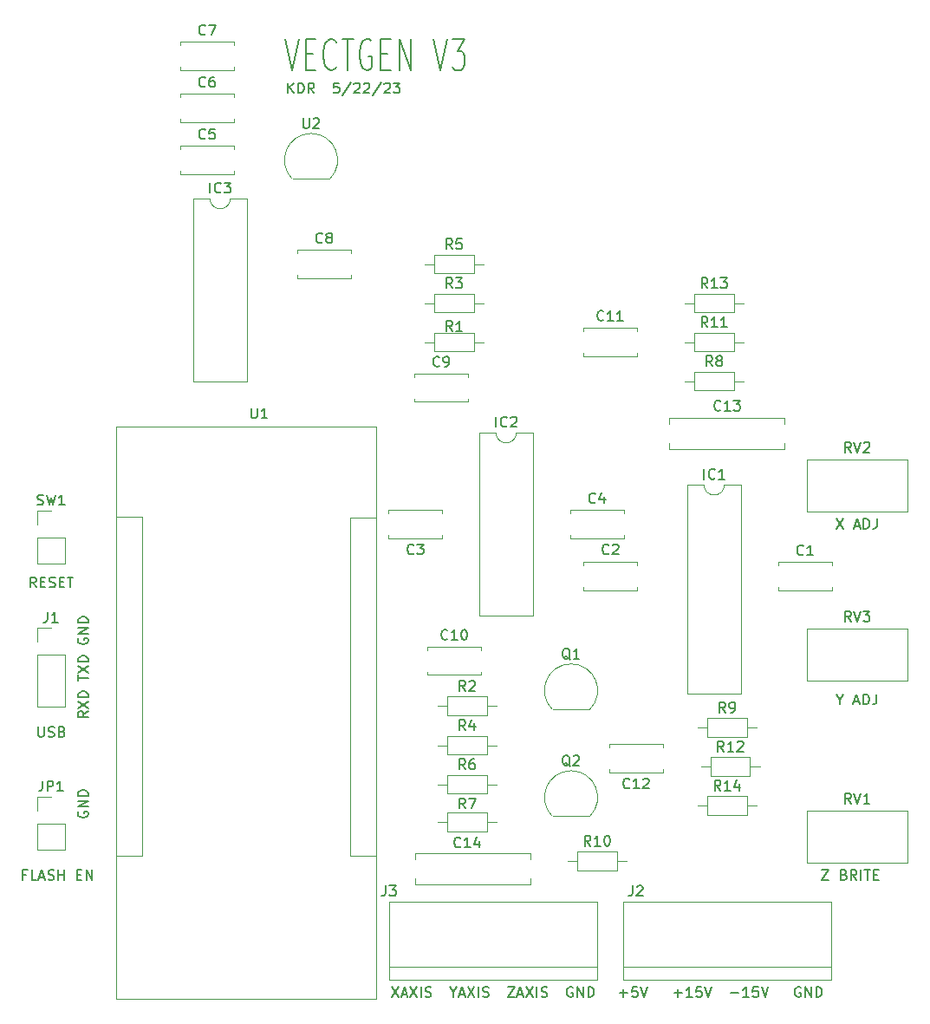
<source format=gbr>
%TF.GenerationSoftware,KiCad,Pcbnew,(6.0.10-0)*%
%TF.CreationDate,2023-05-26T16:06:54-07:00*%
%TF.ProjectId,vectgen_V2,76656374-6765-46e5-9f56-322e6b696361,rev?*%
%TF.SameCoordinates,Original*%
%TF.FileFunction,Legend,Top*%
%TF.FilePolarity,Positive*%
%FSLAX46Y46*%
G04 Gerber Fmt 4.6, Leading zero omitted, Abs format (unit mm)*
G04 Created by KiCad (PCBNEW (6.0.10-0)) date 2023-05-26 16:06:54*
%MOMM*%
%LPD*%
G01*
G04 APERTURE LIST*
%ADD10C,0.150000*%
%ADD11C,0.120000*%
G04 APERTURE END LIST*
D10*
X152916190Y-87082380D02*
X153582857Y-88082380D01*
X153582857Y-87082380D02*
X152916190Y-88082380D01*
X154678095Y-87796666D02*
X155154285Y-87796666D01*
X154582857Y-88082380D02*
X154916190Y-87082380D01*
X155249523Y-88082380D01*
X155582857Y-88082380D02*
X155582857Y-87082380D01*
X155820952Y-87082380D01*
X155963809Y-87130000D01*
X156059047Y-87225238D01*
X156106666Y-87320476D01*
X156154285Y-87510952D01*
X156154285Y-87653809D01*
X156106666Y-87844285D01*
X156059047Y-87939523D01*
X155963809Y-88034761D01*
X155820952Y-88082380D01*
X155582857Y-88082380D01*
X156868571Y-87082380D02*
X156868571Y-87796666D01*
X156820952Y-87939523D01*
X156725714Y-88034761D01*
X156582857Y-88082380D01*
X156487619Y-88082380D01*
X79827380Y-105909523D02*
X79351190Y-106242857D01*
X79827380Y-106480952D02*
X78827380Y-106480952D01*
X78827380Y-106100000D01*
X78875000Y-106004761D01*
X78922619Y-105957142D01*
X79017857Y-105909523D01*
X79160714Y-105909523D01*
X79255952Y-105957142D01*
X79303571Y-106004761D01*
X79351190Y-106100000D01*
X79351190Y-106480952D01*
X78827380Y-105576190D02*
X79827380Y-104909523D01*
X78827380Y-104909523D02*
X79827380Y-105576190D01*
X79827380Y-104528571D02*
X78827380Y-104528571D01*
X78827380Y-104290476D01*
X78875000Y-104147619D01*
X78970238Y-104052380D01*
X79065476Y-104004761D01*
X79255952Y-103957142D01*
X79398809Y-103957142D01*
X79589285Y-104004761D01*
X79684523Y-104052380D01*
X79779761Y-104147619D01*
X79827380Y-104290476D01*
X79827380Y-104528571D01*
X78827380Y-102909523D02*
X78827380Y-102338095D01*
X79827380Y-102623809D02*
X78827380Y-102623809D01*
X78827380Y-102100000D02*
X79827380Y-101433333D01*
X78827380Y-101433333D02*
X79827380Y-102100000D01*
X79827380Y-101052380D02*
X78827380Y-101052380D01*
X78827380Y-100814285D01*
X78875000Y-100671428D01*
X78970238Y-100576190D01*
X79065476Y-100528571D01*
X79255952Y-100480952D01*
X79398809Y-100480952D01*
X79589285Y-100528571D01*
X79684523Y-100576190D01*
X79779761Y-100671428D01*
X79827380Y-100814285D01*
X79827380Y-101052380D01*
X78875000Y-98766666D02*
X78827380Y-98861904D01*
X78827380Y-99004761D01*
X78875000Y-99147619D01*
X78970238Y-99242857D01*
X79065476Y-99290476D01*
X79255952Y-99338095D01*
X79398809Y-99338095D01*
X79589285Y-99290476D01*
X79684523Y-99242857D01*
X79779761Y-99147619D01*
X79827380Y-99004761D01*
X79827380Y-98909523D01*
X79779761Y-98766666D01*
X79732142Y-98719047D01*
X79398809Y-98719047D01*
X79398809Y-98909523D01*
X79827380Y-98290476D02*
X78827380Y-98290476D01*
X79827380Y-97719047D01*
X78827380Y-97719047D01*
X79827380Y-97242857D02*
X78827380Y-97242857D01*
X78827380Y-97004761D01*
X78875000Y-96861904D01*
X78970238Y-96766666D01*
X79065476Y-96719047D01*
X79255952Y-96671428D01*
X79398809Y-96671428D01*
X79589285Y-96719047D01*
X79684523Y-96766666D01*
X79779761Y-96861904D01*
X79827380Y-97004761D01*
X79827380Y-97242857D01*
X131747857Y-133421428D02*
X132509761Y-133421428D01*
X132128809Y-133802380D02*
X132128809Y-133040476D01*
X133462142Y-132802380D02*
X132985952Y-132802380D01*
X132938333Y-133278571D01*
X132985952Y-133230952D01*
X133081190Y-133183333D01*
X133319285Y-133183333D01*
X133414523Y-133230952D01*
X133462142Y-133278571D01*
X133509761Y-133373809D01*
X133509761Y-133611904D01*
X133462142Y-133707142D01*
X133414523Y-133754761D01*
X133319285Y-133802380D01*
X133081190Y-133802380D01*
X132985952Y-133754761D01*
X132938333Y-133707142D01*
X133795476Y-132802380D02*
X134128809Y-133802380D01*
X134462142Y-132802380D01*
X137081190Y-133421428D02*
X137843095Y-133421428D01*
X137462142Y-133802380D02*
X137462142Y-133040476D01*
X138843095Y-133802380D02*
X138271666Y-133802380D01*
X138557380Y-133802380D02*
X138557380Y-132802380D01*
X138462142Y-132945238D01*
X138366904Y-133040476D01*
X138271666Y-133088095D01*
X139747857Y-132802380D02*
X139271666Y-132802380D01*
X139224047Y-133278571D01*
X139271666Y-133230952D01*
X139366904Y-133183333D01*
X139605000Y-133183333D01*
X139700238Y-133230952D01*
X139747857Y-133278571D01*
X139795476Y-133373809D01*
X139795476Y-133611904D01*
X139747857Y-133707142D01*
X139700238Y-133754761D01*
X139605000Y-133802380D01*
X139366904Y-133802380D01*
X139271666Y-133754761D01*
X139224047Y-133707142D01*
X140081190Y-132802380D02*
X140414523Y-133802380D01*
X140747857Y-132802380D01*
X142605000Y-133421428D02*
X143366904Y-133421428D01*
X144366904Y-133802380D02*
X143795476Y-133802380D01*
X144081190Y-133802380D02*
X144081190Y-132802380D01*
X143985952Y-132945238D01*
X143890714Y-133040476D01*
X143795476Y-133088095D01*
X145271666Y-132802380D02*
X144795476Y-132802380D01*
X144747857Y-133278571D01*
X144795476Y-133230952D01*
X144890714Y-133183333D01*
X145128809Y-133183333D01*
X145224047Y-133230952D01*
X145271666Y-133278571D01*
X145319285Y-133373809D01*
X145319285Y-133611904D01*
X145271666Y-133707142D01*
X145224047Y-133754761D01*
X145128809Y-133802380D01*
X144890714Y-133802380D01*
X144795476Y-133754761D01*
X144747857Y-133707142D01*
X145605000Y-132802380D02*
X145938333Y-133802380D01*
X146271666Y-132802380D01*
X149414523Y-132850000D02*
X149319285Y-132802380D01*
X149176428Y-132802380D01*
X149033571Y-132850000D01*
X148938333Y-132945238D01*
X148890714Y-133040476D01*
X148843095Y-133230952D01*
X148843095Y-133373809D01*
X148890714Y-133564285D01*
X148938333Y-133659523D01*
X149033571Y-133754761D01*
X149176428Y-133802380D01*
X149271666Y-133802380D01*
X149414523Y-133754761D01*
X149462142Y-133707142D01*
X149462142Y-133373809D01*
X149271666Y-133373809D01*
X149890714Y-133802380D02*
X149890714Y-132802380D01*
X150462142Y-133802380D01*
X150462142Y-132802380D01*
X150938333Y-133802380D02*
X150938333Y-132802380D01*
X151176428Y-132802380D01*
X151319285Y-132850000D01*
X151414523Y-132945238D01*
X151462142Y-133040476D01*
X151509761Y-133230952D01*
X151509761Y-133373809D01*
X151462142Y-133564285D01*
X151414523Y-133659523D01*
X151319285Y-133754761D01*
X151176428Y-133802380D01*
X150938333Y-133802380D01*
X74747619Y-93797380D02*
X74414285Y-93321190D01*
X74176190Y-93797380D02*
X74176190Y-92797380D01*
X74557142Y-92797380D01*
X74652380Y-92845000D01*
X74700000Y-92892619D01*
X74747619Y-92987857D01*
X74747619Y-93130714D01*
X74700000Y-93225952D01*
X74652380Y-93273571D01*
X74557142Y-93321190D01*
X74176190Y-93321190D01*
X75176190Y-93273571D02*
X75509523Y-93273571D01*
X75652380Y-93797380D02*
X75176190Y-93797380D01*
X75176190Y-92797380D01*
X75652380Y-92797380D01*
X76033333Y-93749761D02*
X76176190Y-93797380D01*
X76414285Y-93797380D01*
X76509523Y-93749761D01*
X76557142Y-93702142D01*
X76604761Y-93606904D01*
X76604761Y-93511666D01*
X76557142Y-93416428D01*
X76509523Y-93368809D01*
X76414285Y-93321190D01*
X76223809Y-93273571D01*
X76128571Y-93225952D01*
X76080952Y-93178333D01*
X76033333Y-93083095D01*
X76033333Y-92987857D01*
X76080952Y-92892619D01*
X76128571Y-92845000D01*
X76223809Y-92797380D01*
X76461904Y-92797380D01*
X76604761Y-92845000D01*
X77033333Y-93273571D02*
X77366666Y-93273571D01*
X77509523Y-93797380D02*
X77033333Y-93797380D01*
X77033333Y-92797380D01*
X77509523Y-92797380D01*
X77795238Y-92797380D02*
X78366666Y-92797380D01*
X78080952Y-93797380D02*
X78080952Y-92797380D01*
X73787380Y-121848571D02*
X73454047Y-121848571D01*
X73454047Y-122372380D02*
X73454047Y-121372380D01*
X73930238Y-121372380D01*
X74787380Y-122372380D02*
X74311190Y-122372380D01*
X74311190Y-121372380D01*
X75073095Y-122086666D02*
X75549285Y-122086666D01*
X74977857Y-122372380D02*
X75311190Y-121372380D01*
X75644523Y-122372380D01*
X75930238Y-122324761D02*
X76073095Y-122372380D01*
X76311190Y-122372380D01*
X76406428Y-122324761D01*
X76454047Y-122277142D01*
X76501666Y-122181904D01*
X76501666Y-122086666D01*
X76454047Y-121991428D01*
X76406428Y-121943809D01*
X76311190Y-121896190D01*
X76120714Y-121848571D01*
X76025476Y-121800952D01*
X75977857Y-121753333D01*
X75930238Y-121658095D01*
X75930238Y-121562857D01*
X75977857Y-121467619D01*
X76025476Y-121420000D01*
X76120714Y-121372380D01*
X76358809Y-121372380D01*
X76501666Y-121420000D01*
X76930238Y-122372380D02*
X76930238Y-121372380D01*
X76930238Y-121848571D02*
X77501666Y-121848571D01*
X77501666Y-122372380D02*
X77501666Y-121372380D01*
X78739761Y-121848571D02*
X79073095Y-121848571D01*
X79215952Y-122372380D02*
X78739761Y-122372380D01*
X78739761Y-121372380D01*
X79215952Y-121372380D01*
X79644523Y-122372380D02*
X79644523Y-121372380D01*
X80215952Y-122372380D01*
X80215952Y-121372380D01*
X151519285Y-121372380D02*
X152185952Y-121372380D01*
X151519285Y-122372380D01*
X152185952Y-122372380D01*
X153662142Y-121848571D02*
X153805000Y-121896190D01*
X153852619Y-121943809D01*
X153900238Y-122039047D01*
X153900238Y-122181904D01*
X153852619Y-122277142D01*
X153805000Y-122324761D01*
X153709761Y-122372380D01*
X153328809Y-122372380D01*
X153328809Y-121372380D01*
X153662142Y-121372380D01*
X153757380Y-121420000D01*
X153805000Y-121467619D01*
X153852619Y-121562857D01*
X153852619Y-121658095D01*
X153805000Y-121753333D01*
X153757380Y-121800952D01*
X153662142Y-121848571D01*
X153328809Y-121848571D01*
X154900238Y-122372380D02*
X154566904Y-121896190D01*
X154328809Y-122372380D02*
X154328809Y-121372380D01*
X154709761Y-121372380D01*
X154805000Y-121420000D01*
X154852619Y-121467619D01*
X154900238Y-121562857D01*
X154900238Y-121705714D01*
X154852619Y-121800952D01*
X154805000Y-121848571D01*
X154709761Y-121896190D01*
X154328809Y-121896190D01*
X155328809Y-122372380D02*
X155328809Y-121372380D01*
X155662142Y-121372380D02*
X156233571Y-121372380D01*
X155947857Y-122372380D02*
X155947857Y-121372380D01*
X156566904Y-121848571D02*
X156900238Y-121848571D01*
X157043095Y-122372380D02*
X156566904Y-122372380D01*
X156566904Y-121372380D01*
X157043095Y-121372380D01*
X99092857Y-40267142D02*
X99759523Y-43267142D01*
X100426190Y-40267142D01*
X101092857Y-41695714D02*
X101759523Y-41695714D01*
X102045238Y-43267142D02*
X101092857Y-43267142D01*
X101092857Y-40267142D01*
X102045238Y-40267142D01*
X104045238Y-42981428D02*
X103950000Y-43124285D01*
X103664285Y-43267142D01*
X103473809Y-43267142D01*
X103188095Y-43124285D01*
X102997619Y-42838571D01*
X102902380Y-42552857D01*
X102807142Y-41981428D01*
X102807142Y-41552857D01*
X102902380Y-40981428D01*
X102997619Y-40695714D01*
X103188095Y-40410000D01*
X103473809Y-40267142D01*
X103664285Y-40267142D01*
X103950000Y-40410000D01*
X104045238Y-40552857D01*
X104616666Y-40267142D02*
X105759523Y-40267142D01*
X105188095Y-43267142D02*
X105188095Y-40267142D01*
X107473809Y-40410000D02*
X107283333Y-40267142D01*
X106997619Y-40267142D01*
X106711904Y-40410000D01*
X106521428Y-40695714D01*
X106426190Y-40981428D01*
X106330952Y-41552857D01*
X106330952Y-41981428D01*
X106426190Y-42552857D01*
X106521428Y-42838571D01*
X106711904Y-43124285D01*
X106997619Y-43267142D01*
X107188095Y-43267142D01*
X107473809Y-43124285D01*
X107569047Y-42981428D01*
X107569047Y-41981428D01*
X107188095Y-41981428D01*
X108426190Y-41695714D02*
X109092857Y-41695714D01*
X109378571Y-43267142D02*
X108426190Y-43267142D01*
X108426190Y-40267142D01*
X109378571Y-40267142D01*
X110235714Y-43267142D02*
X110235714Y-40267142D01*
X111378571Y-43267142D01*
X111378571Y-40267142D01*
X113569047Y-40267142D02*
X114235714Y-43267142D01*
X114902380Y-40267142D01*
X115378571Y-40267142D02*
X116616666Y-40267142D01*
X115950000Y-41410000D01*
X116235714Y-41410000D01*
X116426190Y-41552857D01*
X116521428Y-41695714D01*
X116616666Y-41981428D01*
X116616666Y-42695714D01*
X116521428Y-42981428D01*
X116426190Y-43124285D01*
X116235714Y-43267142D01*
X115664285Y-43267142D01*
X115473809Y-43124285D01*
X115378571Y-42981428D01*
X74938095Y-107402380D02*
X74938095Y-108211904D01*
X74985714Y-108307142D01*
X75033333Y-108354761D01*
X75128571Y-108402380D01*
X75319047Y-108402380D01*
X75414285Y-108354761D01*
X75461904Y-108307142D01*
X75509523Y-108211904D01*
X75509523Y-107402380D01*
X75938095Y-108354761D02*
X76080952Y-108402380D01*
X76319047Y-108402380D01*
X76414285Y-108354761D01*
X76461904Y-108307142D01*
X76509523Y-108211904D01*
X76509523Y-108116666D01*
X76461904Y-108021428D01*
X76414285Y-107973809D01*
X76319047Y-107926190D01*
X76128571Y-107878571D01*
X76033333Y-107830952D01*
X75985714Y-107783333D01*
X75938095Y-107688095D01*
X75938095Y-107592857D01*
X75985714Y-107497619D01*
X76033333Y-107450000D01*
X76128571Y-107402380D01*
X76366666Y-107402380D01*
X76509523Y-107450000D01*
X77271428Y-107878571D02*
X77414285Y-107926190D01*
X77461904Y-107973809D01*
X77509523Y-108069047D01*
X77509523Y-108211904D01*
X77461904Y-108307142D01*
X77414285Y-108354761D01*
X77319047Y-108402380D01*
X76938095Y-108402380D01*
X76938095Y-107402380D01*
X77271428Y-107402380D01*
X77366666Y-107450000D01*
X77414285Y-107497619D01*
X77461904Y-107592857D01*
X77461904Y-107688095D01*
X77414285Y-107783333D01*
X77366666Y-107830952D01*
X77271428Y-107878571D01*
X76938095Y-107878571D01*
X99322619Y-45537380D02*
X99322619Y-44537380D01*
X99894047Y-45537380D02*
X99465476Y-44965952D01*
X99894047Y-44537380D02*
X99322619Y-45108809D01*
X100322619Y-45537380D02*
X100322619Y-44537380D01*
X100560714Y-44537380D01*
X100703571Y-44585000D01*
X100798809Y-44680238D01*
X100846428Y-44775476D01*
X100894047Y-44965952D01*
X100894047Y-45108809D01*
X100846428Y-45299285D01*
X100798809Y-45394523D01*
X100703571Y-45489761D01*
X100560714Y-45537380D01*
X100322619Y-45537380D01*
X101894047Y-45537380D02*
X101560714Y-45061190D01*
X101322619Y-45537380D02*
X101322619Y-44537380D01*
X101703571Y-44537380D01*
X101798809Y-44585000D01*
X101846428Y-44632619D01*
X101894047Y-44727857D01*
X101894047Y-44870714D01*
X101846428Y-44965952D01*
X101798809Y-45013571D01*
X101703571Y-45061190D01*
X101322619Y-45061190D01*
X104322619Y-44537380D02*
X103846428Y-44537380D01*
X103798809Y-45013571D01*
X103846428Y-44965952D01*
X103941666Y-44918333D01*
X104179761Y-44918333D01*
X104275000Y-44965952D01*
X104322619Y-45013571D01*
X104370238Y-45108809D01*
X104370238Y-45346904D01*
X104322619Y-45442142D01*
X104275000Y-45489761D01*
X104179761Y-45537380D01*
X103941666Y-45537380D01*
X103846428Y-45489761D01*
X103798809Y-45442142D01*
X105513095Y-44489761D02*
X104655952Y-45775476D01*
X105798809Y-44632619D02*
X105846428Y-44585000D01*
X105941666Y-44537380D01*
X106179761Y-44537380D01*
X106275000Y-44585000D01*
X106322619Y-44632619D01*
X106370238Y-44727857D01*
X106370238Y-44823095D01*
X106322619Y-44965952D01*
X105751190Y-45537380D01*
X106370238Y-45537380D01*
X106751190Y-44632619D02*
X106798809Y-44585000D01*
X106894047Y-44537380D01*
X107132142Y-44537380D01*
X107227380Y-44585000D01*
X107275000Y-44632619D01*
X107322619Y-44727857D01*
X107322619Y-44823095D01*
X107275000Y-44965952D01*
X106703571Y-45537380D01*
X107322619Y-45537380D01*
X108465476Y-44489761D02*
X107608333Y-45775476D01*
X108751190Y-44632619D02*
X108798809Y-44585000D01*
X108894047Y-44537380D01*
X109132142Y-44537380D01*
X109227380Y-44585000D01*
X109275000Y-44632619D01*
X109322619Y-44727857D01*
X109322619Y-44823095D01*
X109275000Y-44965952D01*
X108703571Y-45537380D01*
X109322619Y-45537380D01*
X109655952Y-44537380D02*
X110275000Y-44537380D01*
X109941666Y-44918333D01*
X110084523Y-44918333D01*
X110179761Y-44965952D01*
X110227380Y-45013571D01*
X110275000Y-45108809D01*
X110275000Y-45346904D01*
X110227380Y-45442142D01*
X110179761Y-45489761D01*
X110084523Y-45537380D01*
X109798809Y-45537380D01*
X109703571Y-45489761D01*
X109655952Y-45442142D01*
X109475238Y-132802380D02*
X110141904Y-133802380D01*
X110141904Y-132802380D02*
X109475238Y-133802380D01*
X110475238Y-133516666D02*
X110951428Y-133516666D01*
X110380000Y-133802380D02*
X110713333Y-132802380D01*
X111046666Y-133802380D01*
X111284761Y-132802380D02*
X111951428Y-133802380D01*
X111951428Y-132802380D02*
X111284761Y-133802380D01*
X112332380Y-133802380D02*
X112332380Y-132802380D01*
X112760952Y-133754761D02*
X112903809Y-133802380D01*
X113141904Y-133802380D01*
X113237142Y-133754761D01*
X113284761Y-133707142D01*
X113332380Y-133611904D01*
X113332380Y-133516666D01*
X113284761Y-133421428D01*
X113237142Y-133373809D01*
X113141904Y-133326190D01*
X112951428Y-133278571D01*
X112856190Y-133230952D01*
X112808571Y-133183333D01*
X112760952Y-133088095D01*
X112760952Y-132992857D01*
X112808571Y-132897619D01*
X112856190Y-132850000D01*
X112951428Y-132802380D01*
X113189523Y-132802380D01*
X113332380Y-132850000D01*
X115475238Y-133326190D02*
X115475238Y-133802380D01*
X115141904Y-132802380D02*
X115475238Y-133326190D01*
X115808571Y-132802380D01*
X116094285Y-133516666D02*
X116570476Y-133516666D01*
X115999047Y-133802380D02*
X116332380Y-132802380D01*
X116665714Y-133802380D01*
X116903809Y-132802380D02*
X117570476Y-133802380D01*
X117570476Y-132802380D02*
X116903809Y-133802380D01*
X117951428Y-133802380D02*
X117951428Y-132802380D01*
X118380000Y-133754761D02*
X118522857Y-133802380D01*
X118760952Y-133802380D01*
X118856190Y-133754761D01*
X118903809Y-133707142D01*
X118951428Y-133611904D01*
X118951428Y-133516666D01*
X118903809Y-133421428D01*
X118856190Y-133373809D01*
X118760952Y-133326190D01*
X118570476Y-133278571D01*
X118475238Y-133230952D01*
X118427619Y-133183333D01*
X118380000Y-133088095D01*
X118380000Y-132992857D01*
X118427619Y-132897619D01*
X118475238Y-132850000D01*
X118570476Y-132802380D01*
X118808571Y-132802380D01*
X118951428Y-132850000D01*
X120808571Y-132802380D02*
X121475238Y-132802380D01*
X120808571Y-133802380D01*
X121475238Y-133802380D01*
X121808571Y-133516666D02*
X122284761Y-133516666D01*
X121713333Y-133802380D02*
X122046666Y-132802380D01*
X122380000Y-133802380D01*
X122618095Y-132802380D02*
X123284761Y-133802380D01*
X123284761Y-132802380D02*
X122618095Y-133802380D01*
X123665714Y-133802380D02*
X123665714Y-132802380D01*
X124094285Y-133754761D02*
X124237142Y-133802380D01*
X124475238Y-133802380D01*
X124570476Y-133754761D01*
X124618095Y-133707142D01*
X124665714Y-133611904D01*
X124665714Y-133516666D01*
X124618095Y-133421428D01*
X124570476Y-133373809D01*
X124475238Y-133326190D01*
X124284761Y-133278571D01*
X124189523Y-133230952D01*
X124141904Y-133183333D01*
X124094285Y-133088095D01*
X124094285Y-132992857D01*
X124141904Y-132897619D01*
X124189523Y-132850000D01*
X124284761Y-132802380D01*
X124522857Y-132802380D01*
X124665714Y-132850000D01*
X127141904Y-132850000D02*
X127046666Y-132802380D01*
X126903809Y-132802380D01*
X126760952Y-132850000D01*
X126665714Y-132945238D01*
X126618095Y-133040476D01*
X126570476Y-133230952D01*
X126570476Y-133373809D01*
X126618095Y-133564285D01*
X126665714Y-133659523D01*
X126760952Y-133754761D01*
X126903809Y-133802380D01*
X126999047Y-133802380D01*
X127141904Y-133754761D01*
X127189523Y-133707142D01*
X127189523Y-133373809D01*
X126999047Y-133373809D01*
X127618095Y-133802380D02*
X127618095Y-132802380D01*
X128189523Y-133802380D01*
X128189523Y-132802380D01*
X128665714Y-133802380D02*
X128665714Y-132802380D01*
X128903809Y-132802380D01*
X129046666Y-132850000D01*
X129141904Y-132945238D01*
X129189523Y-133040476D01*
X129237142Y-133230952D01*
X129237142Y-133373809D01*
X129189523Y-133564285D01*
X129141904Y-133659523D01*
X129046666Y-133754761D01*
X128903809Y-133802380D01*
X128665714Y-133802380D01*
X153249523Y-104751190D02*
X153249523Y-105227380D01*
X152916190Y-104227380D02*
X153249523Y-104751190D01*
X153582857Y-104227380D01*
X154630476Y-104941666D02*
X155106666Y-104941666D01*
X154535238Y-105227380D02*
X154868571Y-104227380D01*
X155201904Y-105227380D01*
X155535238Y-105227380D02*
X155535238Y-104227380D01*
X155773333Y-104227380D01*
X155916190Y-104275000D01*
X156011428Y-104370238D01*
X156059047Y-104465476D01*
X156106666Y-104655952D01*
X156106666Y-104798809D01*
X156059047Y-104989285D01*
X156011428Y-105084523D01*
X155916190Y-105179761D01*
X155773333Y-105227380D01*
X155535238Y-105227380D01*
X156820952Y-104227380D02*
X156820952Y-104941666D01*
X156773333Y-105084523D01*
X156678095Y-105179761D01*
X156535238Y-105227380D01*
X156440000Y-105227380D01*
X78875000Y-115696904D02*
X78827380Y-115792142D01*
X78827380Y-115935000D01*
X78875000Y-116077857D01*
X78970238Y-116173095D01*
X79065476Y-116220714D01*
X79255952Y-116268333D01*
X79398809Y-116268333D01*
X79589285Y-116220714D01*
X79684523Y-116173095D01*
X79779761Y-116077857D01*
X79827380Y-115935000D01*
X79827380Y-115839761D01*
X79779761Y-115696904D01*
X79732142Y-115649285D01*
X79398809Y-115649285D01*
X79398809Y-115839761D01*
X79827380Y-115220714D02*
X78827380Y-115220714D01*
X79827380Y-114649285D01*
X78827380Y-114649285D01*
X79827380Y-114173095D02*
X78827380Y-114173095D01*
X78827380Y-113935000D01*
X78875000Y-113792142D01*
X78970238Y-113696904D01*
X79065476Y-113649285D01*
X79255952Y-113601666D01*
X79398809Y-113601666D01*
X79589285Y-113649285D01*
X79684523Y-113696904D01*
X79779761Y-113792142D01*
X79827380Y-113935000D01*
X79827380Y-114173095D01*
%TO.C,J3*%
X108886666Y-122922380D02*
X108886666Y-123636666D01*
X108839047Y-123779523D01*
X108743809Y-123874761D01*
X108600952Y-123922380D01*
X108505714Y-123922380D01*
X109267619Y-122922380D02*
X109886666Y-122922380D01*
X109553333Y-123303333D01*
X109696190Y-123303333D01*
X109791428Y-123350952D01*
X109839047Y-123398571D01*
X109886666Y-123493809D01*
X109886666Y-123731904D01*
X109839047Y-123827142D01*
X109791428Y-123874761D01*
X109696190Y-123922380D01*
X109410476Y-123922380D01*
X109315238Y-123874761D01*
X109267619Y-123827142D01*
%TO.C,Q1*%
X126904761Y-100852619D02*
X126809523Y-100805000D01*
X126714285Y-100709761D01*
X126571428Y-100566904D01*
X126476190Y-100519285D01*
X126380952Y-100519285D01*
X126428571Y-100757380D02*
X126333333Y-100709761D01*
X126238095Y-100614523D01*
X126190476Y-100424047D01*
X126190476Y-100090714D01*
X126238095Y-99900238D01*
X126333333Y-99805000D01*
X126428571Y-99757380D01*
X126619047Y-99757380D01*
X126714285Y-99805000D01*
X126809523Y-99900238D01*
X126857142Y-100090714D01*
X126857142Y-100424047D01*
X126809523Y-100614523D01*
X126714285Y-100709761D01*
X126619047Y-100757380D01*
X126428571Y-100757380D01*
X127809523Y-100757380D02*
X127238095Y-100757380D01*
X127523809Y-100757380D02*
X127523809Y-99757380D01*
X127428571Y-99900238D01*
X127333333Y-99995476D01*
X127238095Y-100043095D01*
%TO.C,Q2*%
X126904761Y-111287619D02*
X126809523Y-111240000D01*
X126714285Y-111144761D01*
X126571428Y-111001904D01*
X126476190Y-110954285D01*
X126380952Y-110954285D01*
X126428571Y-111192380D02*
X126333333Y-111144761D01*
X126238095Y-111049523D01*
X126190476Y-110859047D01*
X126190476Y-110525714D01*
X126238095Y-110335238D01*
X126333333Y-110240000D01*
X126428571Y-110192380D01*
X126619047Y-110192380D01*
X126714285Y-110240000D01*
X126809523Y-110335238D01*
X126857142Y-110525714D01*
X126857142Y-110859047D01*
X126809523Y-111049523D01*
X126714285Y-111144761D01*
X126619047Y-111192380D01*
X126428571Y-111192380D01*
X127238095Y-110287619D02*
X127285714Y-110240000D01*
X127380952Y-110192380D01*
X127619047Y-110192380D01*
X127714285Y-110240000D01*
X127761904Y-110287619D01*
X127809523Y-110382857D01*
X127809523Y-110478095D01*
X127761904Y-110620952D01*
X127190476Y-111192380D01*
X127809523Y-111192380D01*
%TO.C,R8*%
X140803333Y-72192380D02*
X140470000Y-71716190D01*
X140231904Y-72192380D02*
X140231904Y-71192380D01*
X140612857Y-71192380D01*
X140708095Y-71240000D01*
X140755714Y-71287619D01*
X140803333Y-71382857D01*
X140803333Y-71525714D01*
X140755714Y-71620952D01*
X140708095Y-71668571D01*
X140612857Y-71716190D01*
X140231904Y-71716190D01*
X141374761Y-71620952D02*
X141279523Y-71573333D01*
X141231904Y-71525714D01*
X141184285Y-71430476D01*
X141184285Y-71382857D01*
X141231904Y-71287619D01*
X141279523Y-71240000D01*
X141374761Y-71192380D01*
X141565238Y-71192380D01*
X141660476Y-71240000D01*
X141708095Y-71287619D01*
X141755714Y-71382857D01*
X141755714Y-71430476D01*
X141708095Y-71525714D01*
X141660476Y-71573333D01*
X141565238Y-71620952D01*
X141374761Y-71620952D01*
X141279523Y-71668571D01*
X141231904Y-71716190D01*
X141184285Y-71811428D01*
X141184285Y-72001904D01*
X141231904Y-72097142D01*
X141279523Y-72144761D01*
X141374761Y-72192380D01*
X141565238Y-72192380D01*
X141660476Y-72144761D01*
X141708095Y-72097142D01*
X141755714Y-72001904D01*
X141755714Y-71811428D01*
X141708095Y-71716190D01*
X141660476Y-71668571D01*
X141565238Y-71620952D01*
%TO.C,R9*%
X142073333Y-106012380D02*
X141740000Y-105536190D01*
X141501904Y-106012380D02*
X141501904Y-105012380D01*
X141882857Y-105012380D01*
X141978095Y-105060000D01*
X142025714Y-105107619D01*
X142073333Y-105202857D01*
X142073333Y-105345714D01*
X142025714Y-105440952D01*
X141978095Y-105488571D01*
X141882857Y-105536190D01*
X141501904Y-105536190D01*
X142549523Y-106012380D02*
X142740000Y-106012380D01*
X142835238Y-105964761D01*
X142882857Y-105917142D01*
X142978095Y-105774285D01*
X143025714Y-105583809D01*
X143025714Y-105202857D01*
X142978095Y-105107619D01*
X142930476Y-105060000D01*
X142835238Y-105012380D01*
X142644761Y-105012380D01*
X142549523Y-105060000D01*
X142501904Y-105107619D01*
X142454285Y-105202857D01*
X142454285Y-105440952D01*
X142501904Y-105536190D01*
X142549523Y-105583809D01*
X142644761Y-105631428D01*
X142835238Y-105631428D01*
X142930476Y-105583809D01*
X142978095Y-105536190D01*
X143025714Y-105440952D01*
%TO.C,C1*%
X149693333Y-90567142D02*
X149645714Y-90614761D01*
X149502857Y-90662380D01*
X149407619Y-90662380D01*
X149264761Y-90614761D01*
X149169523Y-90519523D01*
X149121904Y-90424285D01*
X149074285Y-90233809D01*
X149074285Y-90090952D01*
X149121904Y-89900476D01*
X149169523Y-89805238D01*
X149264761Y-89710000D01*
X149407619Y-89662380D01*
X149502857Y-89662380D01*
X149645714Y-89710000D01*
X149693333Y-89757619D01*
X150645714Y-90662380D02*
X150074285Y-90662380D01*
X150360000Y-90662380D02*
X150360000Y-89662380D01*
X150264761Y-89805238D01*
X150169523Y-89900476D01*
X150074285Y-89948095D01*
%TO.C,C10*%
X114927142Y-98822142D02*
X114879523Y-98869761D01*
X114736666Y-98917380D01*
X114641428Y-98917380D01*
X114498571Y-98869761D01*
X114403333Y-98774523D01*
X114355714Y-98679285D01*
X114308095Y-98488809D01*
X114308095Y-98345952D01*
X114355714Y-98155476D01*
X114403333Y-98060238D01*
X114498571Y-97965000D01*
X114641428Y-97917380D01*
X114736666Y-97917380D01*
X114879523Y-97965000D01*
X114927142Y-98012619D01*
X115879523Y-98917380D02*
X115308095Y-98917380D01*
X115593809Y-98917380D02*
X115593809Y-97917380D01*
X115498571Y-98060238D01*
X115403333Y-98155476D01*
X115308095Y-98203095D01*
X116498571Y-97917380D02*
X116593809Y-97917380D01*
X116689047Y-97965000D01*
X116736666Y-98012619D01*
X116784285Y-98107857D01*
X116831904Y-98298333D01*
X116831904Y-98536428D01*
X116784285Y-98726904D01*
X116736666Y-98822142D01*
X116689047Y-98869761D01*
X116593809Y-98917380D01*
X116498571Y-98917380D01*
X116403333Y-98869761D01*
X116355714Y-98822142D01*
X116308095Y-98726904D01*
X116260476Y-98536428D01*
X116260476Y-98298333D01*
X116308095Y-98107857D01*
X116355714Y-98012619D01*
X116403333Y-97965000D01*
X116498571Y-97917380D01*
%TO.C,R14*%
X141597142Y-113632380D02*
X141263809Y-113156190D01*
X141025714Y-113632380D02*
X141025714Y-112632380D01*
X141406666Y-112632380D01*
X141501904Y-112680000D01*
X141549523Y-112727619D01*
X141597142Y-112822857D01*
X141597142Y-112965714D01*
X141549523Y-113060952D01*
X141501904Y-113108571D01*
X141406666Y-113156190D01*
X141025714Y-113156190D01*
X142549523Y-113632380D02*
X141978095Y-113632380D01*
X142263809Y-113632380D02*
X142263809Y-112632380D01*
X142168571Y-112775238D01*
X142073333Y-112870476D01*
X141978095Y-112918095D01*
X143406666Y-112965714D02*
X143406666Y-113632380D01*
X143168571Y-112584761D02*
X142930476Y-113299047D01*
X143549523Y-113299047D01*
%TO.C,R11*%
X140327142Y-68382380D02*
X139993809Y-67906190D01*
X139755714Y-68382380D02*
X139755714Y-67382380D01*
X140136666Y-67382380D01*
X140231904Y-67430000D01*
X140279523Y-67477619D01*
X140327142Y-67572857D01*
X140327142Y-67715714D01*
X140279523Y-67810952D01*
X140231904Y-67858571D01*
X140136666Y-67906190D01*
X139755714Y-67906190D01*
X141279523Y-68382380D02*
X140708095Y-68382380D01*
X140993809Y-68382380D02*
X140993809Y-67382380D01*
X140898571Y-67525238D01*
X140803333Y-67620476D01*
X140708095Y-67668095D01*
X142231904Y-68382380D02*
X141660476Y-68382380D01*
X141946190Y-68382380D02*
X141946190Y-67382380D01*
X141850952Y-67525238D01*
X141755714Y-67620476D01*
X141660476Y-67668095D01*
%TO.C,C11*%
X130167142Y-67667142D02*
X130119523Y-67714761D01*
X129976666Y-67762380D01*
X129881428Y-67762380D01*
X129738571Y-67714761D01*
X129643333Y-67619523D01*
X129595714Y-67524285D01*
X129548095Y-67333809D01*
X129548095Y-67190952D01*
X129595714Y-67000476D01*
X129643333Y-66905238D01*
X129738571Y-66810000D01*
X129881428Y-66762380D01*
X129976666Y-66762380D01*
X130119523Y-66810000D01*
X130167142Y-66857619D01*
X131119523Y-67762380D02*
X130548095Y-67762380D01*
X130833809Y-67762380D02*
X130833809Y-66762380D01*
X130738571Y-66905238D01*
X130643333Y-67000476D01*
X130548095Y-67048095D01*
X132071904Y-67762380D02*
X131500476Y-67762380D01*
X131786190Y-67762380D02*
X131786190Y-66762380D01*
X131690952Y-66905238D01*
X131595714Y-67000476D01*
X131500476Y-67048095D01*
%TO.C,R13*%
X140327142Y-64572380D02*
X139993809Y-64096190D01*
X139755714Y-64572380D02*
X139755714Y-63572380D01*
X140136666Y-63572380D01*
X140231904Y-63620000D01*
X140279523Y-63667619D01*
X140327142Y-63762857D01*
X140327142Y-63905714D01*
X140279523Y-64000952D01*
X140231904Y-64048571D01*
X140136666Y-64096190D01*
X139755714Y-64096190D01*
X141279523Y-64572380D02*
X140708095Y-64572380D01*
X140993809Y-64572380D02*
X140993809Y-63572380D01*
X140898571Y-63715238D01*
X140803333Y-63810476D01*
X140708095Y-63858095D01*
X141612857Y-63572380D02*
X142231904Y-63572380D01*
X141898571Y-63953333D01*
X142041428Y-63953333D01*
X142136666Y-64000952D01*
X142184285Y-64048571D01*
X142231904Y-64143809D01*
X142231904Y-64381904D01*
X142184285Y-64477142D01*
X142136666Y-64524761D01*
X142041428Y-64572380D01*
X141755714Y-64572380D01*
X141660476Y-64524761D01*
X141612857Y-64477142D01*
%TO.C,C7*%
X91273333Y-39767142D02*
X91225714Y-39814761D01*
X91082857Y-39862380D01*
X90987619Y-39862380D01*
X90844761Y-39814761D01*
X90749523Y-39719523D01*
X90701904Y-39624285D01*
X90654285Y-39433809D01*
X90654285Y-39290952D01*
X90701904Y-39100476D01*
X90749523Y-39005238D01*
X90844761Y-38910000D01*
X90987619Y-38862380D01*
X91082857Y-38862380D01*
X91225714Y-38910000D01*
X91273333Y-38957619D01*
X91606666Y-38862380D02*
X92273333Y-38862380D01*
X91844761Y-39862380D01*
%TO.C,R5*%
X115403333Y-60762380D02*
X115070000Y-60286190D01*
X114831904Y-60762380D02*
X114831904Y-59762380D01*
X115212857Y-59762380D01*
X115308095Y-59810000D01*
X115355714Y-59857619D01*
X115403333Y-59952857D01*
X115403333Y-60095714D01*
X115355714Y-60190952D01*
X115308095Y-60238571D01*
X115212857Y-60286190D01*
X114831904Y-60286190D01*
X116308095Y-59762380D02*
X115831904Y-59762380D01*
X115784285Y-60238571D01*
X115831904Y-60190952D01*
X115927142Y-60143333D01*
X116165238Y-60143333D01*
X116260476Y-60190952D01*
X116308095Y-60238571D01*
X116355714Y-60333809D01*
X116355714Y-60571904D01*
X116308095Y-60667142D01*
X116260476Y-60714761D01*
X116165238Y-60762380D01*
X115927142Y-60762380D01*
X115831904Y-60714761D01*
X115784285Y-60667142D01*
%TO.C,R4*%
X116673333Y-107752380D02*
X116340000Y-107276190D01*
X116101904Y-107752380D02*
X116101904Y-106752380D01*
X116482857Y-106752380D01*
X116578095Y-106800000D01*
X116625714Y-106847619D01*
X116673333Y-106942857D01*
X116673333Y-107085714D01*
X116625714Y-107180952D01*
X116578095Y-107228571D01*
X116482857Y-107276190D01*
X116101904Y-107276190D01*
X117530476Y-107085714D02*
X117530476Y-107752380D01*
X117292380Y-106704761D02*
X117054285Y-107419047D01*
X117673333Y-107419047D01*
%TO.C,JP1*%
X75366666Y-112692380D02*
X75366666Y-113406666D01*
X75319047Y-113549523D01*
X75223809Y-113644761D01*
X75080952Y-113692380D01*
X74985714Y-113692380D01*
X75842857Y-113692380D02*
X75842857Y-112692380D01*
X76223809Y-112692380D01*
X76319047Y-112740000D01*
X76366666Y-112787619D01*
X76414285Y-112882857D01*
X76414285Y-113025714D01*
X76366666Y-113120952D01*
X76319047Y-113168571D01*
X76223809Y-113216190D01*
X75842857Y-113216190D01*
X77366666Y-113692380D02*
X76795238Y-113692380D01*
X77080952Y-113692380D02*
X77080952Y-112692380D01*
X76985714Y-112835238D01*
X76890476Y-112930476D01*
X76795238Y-112978095D01*
%TO.C,R7*%
X116673333Y-115387380D02*
X116340000Y-114911190D01*
X116101904Y-115387380D02*
X116101904Y-114387380D01*
X116482857Y-114387380D01*
X116578095Y-114435000D01*
X116625714Y-114482619D01*
X116673333Y-114577857D01*
X116673333Y-114720714D01*
X116625714Y-114815952D01*
X116578095Y-114863571D01*
X116482857Y-114911190D01*
X116101904Y-114911190D01*
X117006666Y-114387380D02*
X117673333Y-114387380D01*
X117244761Y-115387380D01*
%TO.C,U2*%
X100838095Y-47962380D02*
X100838095Y-48771904D01*
X100885714Y-48867142D01*
X100933333Y-48914761D01*
X101028571Y-48962380D01*
X101219047Y-48962380D01*
X101314285Y-48914761D01*
X101361904Y-48867142D01*
X101409523Y-48771904D01*
X101409523Y-47962380D01*
X101838095Y-48057619D02*
X101885714Y-48010000D01*
X101980952Y-47962380D01*
X102219047Y-47962380D01*
X102314285Y-48010000D01*
X102361904Y-48057619D01*
X102409523Y-48152857D01*
X102409523Y-48248095D01*
X102361904Y-48390952D01*
X101790476Y-48962380D01*
X102409523Y-48962380D01*
%TO.C,C8*%
X102703333Y-60087142D02*
X102655714Y-60134761D01*
X102512857Y-60182380D01*
X102417619Y-60182380D01*
X102274761Y-60134761D01*
X102179523Y-60039523D01*
X102131904Y-59944285D01*
X102084285Y-59753809D01*
X102084285Y-59610952D01*
X102131904Y-59420476D01*
X102179523Y-59325238D01*
X102274761Y-59230000D01*
X102417619Y-59182380D01*
X102512857Y-59182380D01*
X102655714Y-59230000D01*
X102703333Y-59277619D01*
X103274761Y-59610952D02*
X103179523Y-59563333D01*
X103131904Y-59515714D01*
X103084285Y-59420476D01*
X103084285Y-59372857D01*
X103131904Y-59277619D01*
X103179523Y-59230000D01*
X103274761Y-59182380D01*
X103465238Y-59182380D01*
X103560476Y-59230000D01*
X103608095Y-59277619D01*
X103655714Y-59372857D01*
X103655714Y-59420476D01*
X103608095Y-59515714D01*
X103560476Y-59563333D01*
X103465238Y-59610952D01*
X103274761Y-59610952D01*
X103179523Y-59658571D01*
X103131904Y-59706190D01*
X103084285Y-59801428D01*
X103084285Y-59991904D01*
X103131904Y-60087142D01*
X103179523Y-60134761D01*
X103274761Y-60182380D01*
X103465238Y-60182380D01*
X103560476Y-60134761D01*
X103608095Y-60087142D01*
X103655714Y-59991904D01*
X103655714Y-59801428D01*
X103608095Y-59706190D01*
X103560476Y-59658571D01*
X103465238Y-59610952D01*
%TO.C,C13*%
X141597142Y-76447142D02*
X141549523Y-76494761D01*
X141406666Y-76542380D01*
X141311428Y-76542380D01*
X141168571Y-76494761D01*
X141073333Y-76399523D01*
X141025714Y-76304285D01*
X140978095Y-76113809D01*
X140978095Y-75970952D01*
X141025714Y-75780476D01*
X141073333Y-75685238D01*
X141168571Y-75590000D01*
X141311428Y-75542380D01*
X141406666Y-75542380D01*
X141549523Y-75590000D01*
X141597142Y-75637619D01*
X142549523Y-76542380D02*
X141978095Y-76542380D01*
X142263809Y-76542380D02*
X142263809Y-75542380D01*
X142168571Y-75685238D01*
X142073333Y-75780476D01*
X141978095Y-75828095D01*
X142882857Y-75542380D02*
X143501904Y-75542380D01*
X143168571Y-75923333D01*
X143311428Y-75923333D01*
X143406666Y-75970952D01*
X143454285Y-76018571D01*
X143501904Y-76113809D01*
X143501904Y-76351904D01*
X143454285Y-76447142D01*
X143406666Y-76494761D01*
X143311428Y-76542380D01*
X143025714Y-76542380D01*
X142930476Y-76494761D01*
X142882857Y-76447142D01*
%TO.C,C3*%
X111633333Y-90487142D02*
X111585714Y-90534761D01*
X111442857Y-90582380D01*
X111347619Y-90582380D01*
X111204761Y-90534761D01*
X111109523Y-90439523D01*
X111061904Y-90344285D01*
X111014285Y-90153809D01*
X111014285Y-90010952D01*
X111061904Y-89820476D01*
X111109523Y-89725238D01*
X111204761Y-89630000D01*
X111347619Y-89582380D01*
X111442857Y-89582380D01*
X111585714Y-89630000D01*
X111633333Y-89677619D01*
X111966666Y-89582380D02*
X112585714Y-89582380D01*
X112252380Y-89963333D01*
X112395238Y-89963333D01*
X112490476Y-90010952D01*
X112538095Y-90058571D01*
X112585714Y-90153809D01*
X112585714Y-90391904D01*
X112538095Y-90487142D01*
X112490476Y-90534761D01*
X112395238Y-90582380D01*
X112109523Y-90582380D01*
X112014285Y-90534761D01*
X111966666Y-90487142D01*
%TO.C,J2*%
X133016666Y-122922380D02*
X133016666Y-123636666D01*
X132969047Y-123779523D01*
X132873809Y-123874761D01*
X132730952Y-123922380D01*
X132635714Y-123922380D01*
X133445238Y-123017619D02*
X133492857Y-122970000D01*
X133588095Y-122922380D01*
X133826190Y-122922380D01*
X133921428Y-122970000D01*
X133969047Y-123017619D01*
X134016666Y-123112857D01*
X134016666Y-123208095D01*
X133969047Y-123350952D01*
X133397619Y-123922380D01*
X134016666Y-123922380D01*
%TO.C,C5*%
X91273333Y-49927142D02*
X91225714Y-49974761D01*
X91082857Y-50022380D01*
X90987619Y-50022380D01*
X90844761Y-49974761D01*
X90749523Y-49879523D01*
X90701904Y-49784285D01*
X90654285Y-49593809D01*
X90654285Y-49450952D01*
X90701904Y-49260476D01*
X90749523Y-49165238D01*
X90844761Y-49070000D01*
X90987619Y-49022380D01*
X91082857Y-49022380D01*
X91225714Y-49070000D01*
X91273333Y-49117619D01*
X92178095Y-49022380D02*
X91701904Y-49022380D01*
X91654285Y-49498571D01*
X91701904Y-49450952D01*
X91797142Y-49403333D01*
X92035238Y-49403333D01*
X92130476Y-49450952D01*
X92178095Y-49498571D01*
X92225714Y-49593809D01*
X92225714Y-49831904D01*
X92178095Y-49927142D01*
X92130476Y-49974761D01*
X92035238Y-50022380D01*
X91797142Y-50022380D01*
X91701904Y-49974761D01*
X91654285Y-49927142D01*
%TO.C,U1*%
X95758095Y-76292380D02*
X95758095Y-77101904D01*
X95805714Y-77197142D01*
X95853333Y-77244761D01*
X95948571Y-77292380D01*
X96139047Y-77292380D01*
X96234285Y-77244761D01*
X96281904Y-77197142D01*
X96329523Y-77101904D01*
X96329523Y-76292380D01*
X97329523Y-77292380D02*
X96758095Y-77292380D01*
X97043809Y-77292380D02*
X97043809Y-76292380D01*
X96948571Y-76435238D01*
X96853333Y-76530476D01*
X96758095Y-76578095D01*
%TO.C,RV1*%
X154354761Y-114902380D02*
X154021428Y-114426190D01*
X153783333Y-114902380D02*
X153783333Y-113902380D01*
X154164285Y-113902380D01*
X154259523Y-113950000D01*
X154307142Y-113997619D01*
X154354761Y-114092857D01*
X154354761Y-114235714D01*
X154307142Y-114330952D01*
X154259523Y-114378571D01*
X154164285Y-114426190D01*
X153783333Y-114426190D01*
X154640476Y-113902380D02*
X154973809Y-114902380D01*
X155307142Y-113902380D01*
X156164285Y-114902380D02*
X155592857Y-114902380D01*
X155878571Y-114902380D02*
X155878571Y-113902380D01*
X155783333Y-114045238D01*
X155688095Y-114140476D01*
X155592857Y-114188095D01*
%TO.C,C9*%
X114133333Y-72152142D02*
X114085714Y-72199761D01*
X113942857Y-72247380D01*
X113847619Y-72247380D01*
X113704761Y-72199761D01*
X113609523Y-72104523D01*
X113561904Y-72009285D01*
X113514285Y-71818809D01*
X113514285Y-71675952D01*
X113561904Y-71485476D01*
X113609523Y-71390238D01*
X113704761Y-71295000D01*
X113847619Y-71247380D01*
X113942857Y-71247380D01*
X114085714Y-71295000D01*
X114133333Y-71342619D01*
X114609523Y-72247380D02*
X114800000Y-72247380D01*
X114895238Y-72199761D01*
X114942857Y-72152142D01*
X115038095Y-72009285D01*
X115085714Y-71818809D01*
X115085714Y-71437857D01*
X115038095Y-71342619D01*
X114990476Y-71295000D01*
X114895238Y-71247380D01*
X114704761Y-71247380D01*
X114609523Y-71295000D01*
X114561904Y-71342619D01*
X114514285Y-71437857D01*
X114514285Y-71675952D01*
X114561904Y-71771190D01*
X114609523Y-71818809D01*
X114704761Y-71866428D01*
X114895238Y-71866428D01*
X114990476Y-71818809D01*
X115038095Y-71771190D01*
X115085714Y-71675952D01*
%TO.C,RV2*%
X154354761Y-80612380D02*
X154021428Y-80136190D01*
X153783333Y-80612380D02*
X153783333Y-79612380D01*
X154164285Y-79612380D01*
X154259523Y-79660000D01*
X154307142Y-79707619D01*
X154354761Y-79802857D01*
X154354761Y-79945714D01*
X154307142Y-80040952D01*
X154259523Y-80088571D01*
X154164285Y-80136190D01*
X153783333Y-80136190D01*
X154640476Y-79612380D02*
X154973809Y-80612380D01*
X155307142Y-79612380D01*
X155592857Y-79707619D02*
X155640476Y-79660000D01*
X155735714Y-79612380D01*
X155973809Y-79612380D01*
X156069047Y-79660000D01*
X156116666Y-79707619D01*
X156164285Y-79802857D01*
X156164285Y-79898095D01*
X156116666Y-80040952D01*
X155545238Y-80612380D01*
X156164285Y-80612380D01*
%TO.C,C12*%
X132707142Y-113347142D02*
X132659523Y-113394761D01*
X132516666Y-113442380D01*
X132421428Y-113442380D01*
X132278571Y-113394761D01*
X132183333Y-113299523D01*
X132135714Y-113204285D01*
X132088095Y-113013809D01*
X132088095Y-112870952D01*
X132135714Y-112680476D01*
X132183333Y-112585238D01*
X132278571Y-112490000D01*
X132421428Y-112442380D01*
X132516666Y-112442380D01*
X132659523Y-112490000D01*
X132707142Y-112537619D01*
X133659523Y-113442380D02*
X133088095Y-113442380D01*
X133373809Y-113442380D02*
X133373809Y-112442380D01*
X133278571Y-112585238D01*
X133183333Y-112680476D01*
X133088095Y-112728095D01*
X134040476Y-112537619D02*
X134088095Y-112490000D01*
X134183333Y-112442380D01*
X134421428Y-112442380D01*
X134516666Y-112490000D01*
X134564285Y-112537619D01*
X134611904Y-112632857D01*
X134611904Y-112728095D01*
X134564285Y-112870952D01*
X133992857Y-113442380D01*
X134611904Y-113442380D01*
%TO.C,J1*%
X75866666Y-96197380D02*
X75866666Y-96911666D01*
X75819047Y-97054523D01*
X75723809Y-97149761D01*
X75580952Y-97197380D01*
X75485714Y-97197380D01*
X76866666Y-97197380D02*
X76295238Y-97197380D01*
X76580952Y-97197380D02*
X76580952Y-96197380D01*
X76485714Y-96340238D01*
X76390476Y-96435476D01*
X76295238Y-96483095D01*
%TO.C,IC2*%
X119683809Y-78127380D02*
X119683809Y-77127380D01*
X120731428Y-78032142D02*
X120683809Y-78079761D01*
X120540952Y-78127380D01*
X120445714Y-78127380D01*
X120302857Y-78079761D01*
X120207619Y-77984523D01*
X120160000Y-77889285D01*
X120112380Y-77698809D01*
X120112380Y-77555952D01*
X120160000Y-77365476D01*
X120207619Y-77270238D01*
X120302857Y-77175000D01*
X120445714Y-77127380D01*
X120540952Y-77127380D01*
X120683809Y-77175000D01*
X120731428Y-77222619D01*
X121112380Y-77222619D02*
X121160000Y-77175000D01*
X121255238Y-77127380D01*
X121493333Y-77127380D01*
X121588571Y-77175000D01*
X121636190Y-77222619D01*
X121683809Y-77317857D01*
X121683809Y-77413095D01*
X121636190Y-77555952D01*
X121064761Y-78127380D01*
X121683809Y-78127380D01*
%TO.C,C6*%
X91273333Y-44847142D02*
X91225714Y-44894761D01*
X91082857Y-44942380D01*
X90987619Y-44942380D01*
X90844761Y-44894761D01*
X90749523Y-44799523D01*
X90701904Y-44704285D01*
X90654285Y-44513809D01*
X90654285Y-44370952D01*
X90701904Y-44180476D01*
X90749523Y-44085238D01*
X90844761Y-43990000D01*
X90987619Y-43942380D01*
X91082857Y-43942380D01*
X91225714Y-43990000D01*
X91273333Y-44037619D01*
X92130476Y-43942380D02*
X91940000Y-43942380D01*
X91844761Y-43990000D01*
X91797142Y-44037619D01*
X91701904Y-44180476D01*
X91654285Y-44370952D01*
X91654285Y-44751904D01*
X91701904Y-44847142D01*
X91749523Y-44894761D01*
X91844761Y-44942380D01*
X92035238Y-44942380D01*
X92130476Y-44894761D01*
X92178095Y-44847142D01*
X92225714Y-44751904D01*
X92225714Y-44513809D01*
X92178095Y-44418571D01*
X92130476Y-44370952D01*
X92035238Y-44323333D01*
X91844761Y-44323333D01*
X91749523Y-44370952D01*
X91701904Y-44418571D01*
X91654285Y-44513809D01*
%TO.C,C4*%
X129373333Y-85487142D02*
X129325714Y-85534761D01*
X129182857Y-85582380D01*
X129087619Y-85582380D01*
X128944761Y-85534761D01*
X128849523Y-85439523D01*
X128801904Y-85344285D01*
X128754285Y-85153809D01*
X128754285Y-85010952D01*
X128801904Y-84820476D01*
X128849523Y-84725238D01*
X128944761Y-84630000D01*
X129087619Y-84582380D01*
X129182857Y-84582380D01*
X129325714Y-84630000D01*
X129373333Y-84677619D01*
X130230476Y-84915714D02*
X130230476Y-85582380D01*
X129992380Y-84534761D02*
X129754285Y-85249047D01*
X130373333Y-85249047D01*
%TO.C,C14*%
X116197142Y-119102142D02*
X116149523Y-119149761D01*
X116006666Y-119197380D01*
X115911428Y-119197380D01*
X115768571Y-119149761D01*
X115673333Y-119054523D01*
X115625714Y-118959285D01*
X115578095Y-118768809D01*
X115578095Y-118625952D01*
X115625714Y-118435476D01*
X115673333Y-118340238D01*
X115768571Y-118245000D01*
X115911428Y-118197380D01*
X116006666Y-118197380D01*
X116149523Y-118245000D01*
X116197142Y-118292619D01*
X117149523Y-119197380D02*
X116578095Y-119197380D01*
X116863809Y-119197380D02*
X116863809Y-118197380D01*
X116768571Y-118340238D01*
X116673333Y-118435476D01*
X116578095Y-118483095D01*
X118006666Y-118530714D02*
X118006666Y-119197380D01*
X117768571Y-118149761D02*
X117530476Y-118864047D01*
X118149523Y-118864047D01*
%TO.C,C2*%
X130683333Y-90487142D02*
X130635714Y-90534761D01*
X130492857Y-90582380D01*
X130397619Y-90582380D01*
X130254761Y-90534761D01*
X130159523Y-90439523D01*
X130111904Y-90344285D01*
X130064285Y-90153809D01*
X130064285Y-90010952D01*
X130111904Y-89820476D01*
X130159523Y-89725238D01*
X130254761Y-89630000D01*
X130397619Y-89582380D01*
X130492857Y-89582380D01*
X130635714Y-89630000D01*
X130683333Y-89677619D01*
X131064285Y-89677619D02*
X131111904Y-89630000D01*
X131207142Y-89582380D01*
X131445238Y-89582380D01*
X131540476Y-89630000D01*
X131588095Y-89677619D01*
X131635714Y-89772857D01*
X131635714Y-89868095D01*
X131588095Y-90010952D01*
X131016666Y-90582380D01*
X131635714Y-90582380D01*
%TO.C,R2*%
X116673333Y-103922380D02*
X116340000Y-103446190D01*
X116101904Y-103922380D02*
X116101904Y-102922380D01*
X116482857Y-102922380D01*
X116578095Y-102970000D01*
X116625714Y-103017619D01*
X116673333Y-103112857D01*
X116673333Y-103255714D01*
X116625714Y-103350952D01*
X116578095Y-103398571D01*
X116482857Y-103446190D01*
X116101904Y-103446190D01*
X117054285Y-103017619D02*
X117101904Y-102970000D01*
X117197142Y-102922380D01*
X117435238Y-102922380D01*
X117530476Y-102970000D01*
X117578095Y-103017619D01*
X117625714Y-103112857D01*
X117625714Y-103208095D01*
X117578095Y-103350952D01*
X117006666Y-103922380D01*
X117625714Y-103922380D01*
%TO.C,R1*%
X115403333Y-68782380D02*
X115070000Y-68306190D01*
X114831904Y-68782380D02*
X114831904Y-67782380D01*
X115212857Y-67782380D01*
X115308095Y-67830000D01*
X115355714Y-67877619D01*
X115403333Y-67972857D01*
X115403333Y-68115714D01*
X115355714Y-68210952D01*
X115308095Y-68258571D01*
X115212857Y-68306190D01*
X114831904Y-68306190D01*
X116355714Y-68782380D02*
X115784285Y-68782380D01*
X116070000Y-68782380D02*
X116070000Y-67782380D01*
X115974761Y-67925238D01*
X115879523Y-68020476D01*
X115784285Y-68068095D01*
%TO.C,R12*%
X141917142Y-109822380D02*
X141583809Y-109346190D01*
X141345714Y-109822380D02*
X141345714Y-108822380D01*
X141726666Y-108822380D01*
X141821904Y-108870000D01*
X141869523Y-108917619D01*
X141917142Y-109012857D01*
X141917142Y-109155714D01*
X141869523Y-109250952D01*
X141821904Y-109298571D01*
X141726666Y-109346190D01*
X141345714Y-109346190D01*
X142869523Y-109822380D02*
X142298095Y-109822380D01*
X142583809Y-109822380D02*
X142583809Y-108822380D01*
X142488571Y-108965238D01*
X142393333Y-109060476D01*
X142298095Y-109108095D01*
X143250476Y-108917619D02*
X143298095Y-108870000D01*
X143393333Y-108822380D01*
X143631428Y-108822380D01*
X143726666Y-108870000D01*
X143774285Y-108917619D01*
X143821904Y-109012857D01*
X143821904Y-109108095D01*
X143774285Y-109250952D01*
X143202857Y-109822380D01*
X143821904Y-109822380D01*
%TO.C,R10*%
X128897142Y-119042380D02*
X128563809Y-118566190D01*
X128325714Y-119042380D02*
X128325714Y-118042380D01*
X128706666Y-118042380D01*
X128801904Y-118090000D01*
X128849523Y-118137619D01*
X128897142Y-118232857D01*
X128897142Y-118375714D01*
X128849523Y-118470952D01*
X128801904Y-118518571D01*
X128706666Y-118566190D01*
X128325714Y-118566190D01*
X129849523Y-119042380D02*
X129278095Y-119042380D01*
X129563809Y-119042380D02*
X129563809Y-118042380D01*
X129468571Y-118185238D01*
X129373333Y-118280476D01*
X129278095Y-118328095D01*
X130468571Y-118042380D02*
X130563809Y-118042380D01*
X130659047Y-118090000D01*
X130706666Y-118137619D01*
X130754285Y-118232857D01*
X130801904Y-118423333D01*
X130801904Y-118661428D01*
X130754285Y-118851904D01*
X130706666Y-118947142D01*
X130659047Y-118994761D01*
X130563809Y-119042380D01*
X130468571Y-119042380D01*
X130373333Y-118994761D01*
X130325714Y-118947142D01*
X130278095Y-118851904D01*
X130230476Y-118661428D01*
X130230476Y-118423333D01*
X130278095Y-118232857D01*
X130325714Y-118137619D01*
X130373333Y-118090000D01*
X130468571Y-118042380D01*
%TO.C,RV3*%
X154354761Y-97122380D02*
X154021428Y-96646190D01*
X153783333Y-97122380D02*
X153783333Y-96122380D01*
X154164285Y-96122380D01*
X154259523Y-96170000D01*
X154307142Y-96217619D01*
X154354761Y-96312857D01*
X154354761Y-96455714D01*
X154307142Y-96550952D01*
X154259523Y-96598571D01*
X154164285Y-96646190D01*
X153783333Y-96646190D01*
X154640476Y-96122380D02*
X154973809Y-97122380D01*
X155307142Y-96122380D01*
X155545238Y-96122380D02*
X156164285Y-96122380D01*
X155830952Y-96503333D01*
X155973809Y-96503333D01*
X156069047Y-96550952D01*
X156116666Y-96598571D01*
X156164285Y-96693809D01*
X156164285Y-96931904D01*
X156116666Y-97027142D01*
X156069047Y-97074761D01*
X155973809Y-97122380D01*
X155688095Y-97122380D01*
X155592857Y-97074761D01*
X155545238Y-97027142D01*
%TO.C,R6*%
X116673333Y-111562380D02*
X116340000Y-111086190D01*
X116101904Y-111562380D02*
X116101904Y-110562380D01*
X116482857Y-110562380D01*
X116578095Y-110610000D01*
X116625714Y-110657619D01*
X116673333Y-110752857D01*
X116673333Y-110895714D01*
X116625714Y-110990952D01*
X116578095Y-111038571D01*
X116482857Y-111086190D01*
X116101904Y-111086190D01*
X117530476Y-110562380D02*
X117340000Y-110562380D01*
X117244761Y-110610000D01*
X117197142Y-110657619D01*
X117101904Y-110800476D01*
X117054285Y-110990952D01*
X117054285Y-111371904D01*
X117101904Y-111467142D01*
X117149523Y-111514761D01*
X117244761Y-111562380D01*
X117435238Y-111562380D01*
X117530476Y-111514761D01*
X117578095Y-111467142D01*
X117625714Y-111371904D01*
X117625714Y-111133809D01*
X117578095Y-111038571D01*
X117530476Y-110990952D01*
X117435238Y-110943333D01*
X117244761Y-110943333D01*
X117149523Y-110990952D01*
X117101904Y-111038571D01*
X117054285Y-111133809D01*
%TO.C,R3*%
X115403333Y-64572380D02*
X115070000Y-64096190D01*
X114831904Y-64572380D02*
X114831904Y-63572380D01*
X115212857Y-63572380D01*
X115308095Y-63620000D01*
X115355714Y-63667619D01*
X115403333Y-63762857D01*
X115403333Y-63905714D01*
X115355714Y-64000952D01*
X115308095Y-64048571D01*
X115212857Y-64096190D01*
X114831904Y-64096190D01*
X115736666Y-63572380D02*
X116355714Y-63572380D01*
X116022380Y-63953333D01*
X116165238Y-63953333D01*
X116260476Y-64000952D01*
X116308095Y-64048571D01*
X116355714Y-64143809D01*
X116355714Y-64381904D01*
X116308095Y-64477142D01*
X116260476Y-64524761D01*
X116165238Y-64572380D01*
X115879523Y-64572380D01*
X115784285Y-64524761D01*
X115736666Y-64477142D01*
%TO.C,IC3*%
X91743809Y-55267380D02*
X91743809Y-54267380D01*
X92791428Y-55172142D02*
X92743809Y-55219761D01*
X92600952Y-55267380D01*
X92505714Y-55267380D01*
X92362857Y-55219761D01*
X92267619Y-55124523D01*
X92220000Y-55029285D01*
X92172380Y-54838809D01*
X92172380Y-54695952D01*
X92220000Y-54505476D01*
X92267619Y-54410238D01*
X92362857Y-54315000D01*
X92505714Y-54267380D01*
X92600952Y-54267380D01*
X92743809Y-54315000D01*
X92791428Y-54362619D01*
X93124761Y-54267380D02*
X93743809Y-54267380D01*
X93410476Y-54648333D01*
X93553333Y-54648333D01*
X93648571Y-54695952D01*
X93696190Y-54743571D01*
X93743809Y-54838809D01*
X93743809Y-55076904D01*
X93696190Y-55172142D01*
X93648571Y-55219761D01*
X93553333Y-55267380D01*
X93267619Y-55267380D01*
X93172380Y-55219761D01*
X93124761Y-55172142D01*
%TO.C,SW1*%
X74866666Y-85704761D02*
X75009523Y-85752380D01*
X75247619Y-85752380D01*
X75342857Y-85704761D01*
X75390476Y-85657142D01*
X75438095Y-85561904D01*
X75438095Y-85466666D01*
X75390476Y-85371428D01*
X75342857Y-85323809D01*
X75247619Y-85276190D01*
X75057142Y-85228571D01*
X74961904Y-85180952D01*
X74914285Y-85133333D01*
X74866666Y-85038095D01*
X74866666Y-84942857D01*
X74914285Y-84847619D01*
X74961904Y-84800000D01*
X75057142Y-84752380D01*
X75295238Y-84752380D01*
X75438095Y-84800000D01*
X75771428Y-84752380D02*
X76009523Y-85752380D01*
X76200000Y-85038095D01*
X76390476Y-85752380D01*
X76628571Y-84752380D01*
X77533333Y-85752380D02*
X76961904Y-85752380D01*
X77247619Y-85752380D02*
X77247619Y-84752380D01*
X77152380Y-84895238D01*
X77057142Y-84990476D01*
X76961904Y-85038095D01*
%TO.C,IC1*%
X140003809Y-83227380D02*
X140003809Y-82227380D01*
X141051428Y-83132142D02*
X141003809Y-83179761D01*
X140860952Y-83227380D01*
X140765714Y-83227380D01*
X140622857Y-83179761D01*
X140527619Y-83084523D01*
X140480000Y-82989285D01*
X140432380Y-82798809D01*
X140432380Y-82655952D01*
X140480000Y-82465476D01*
X140527619Y-82370238D01*
X140622857Y-82275000D01*
X140765714Y-82227380D01*
X140860952Y-82227380D01*
X141003809Y-82275000D01*
X141051428Y-82322619D01*
X142003809Y-83227380D02*
X141432380Y-83227380D01*
X141718095Y-83227380D02*
X141718095Y-82227380D01*
X141622857Y-82370238D01*
X141527619Y-82465476D01*
X141432380Y-82513095D01*
D11*
%TO.C,J3*%
X109220000Y-124460000D02*
X109220000Y-132080000D01*
X109220000Y-124460000D02*
X129540000Y-124460000D01*
X129540000Y-132080000D02*
X129540000Y-124460000D01*
X129540000Y-130810000D02*
X109220000Y-130810000D01*
X109220000Y-132080000D02*
X129540000Y-132080000D01*
%TO.C,Q1*%
X125200000Y-105715000D02*
X128800000Y-105715000D01*
X127000000Y-101264999D02*
G75*
G03*
X125161522Y-105703478I0J-2600001D01*
G01*
X128838478Y-105703478D02*
G75*
G03*
X127000000Y-101265000I-1838478J1838478D01*
G01*
%TO.C,Q2*%
X125200000Y-116150000D02*
X128800000Y-116150000D01*
X127000000Y-111699999D02*
G75*
G03*
X125161522Y-116138478I0J-2600001D01*
G01*
X128838478Y-116138478D02*
G75*
G03*
X127000000Y-111700000I-1838478J1838478D01*
G01*
%TO.C,R8*%
X138100000Y-73660000D02*
X139050000Y-73660000D01*
X139050000Y-74580000D02*
X142890000Y-74580000D01*
X139050000Y-72740000D02*
X139050000Y-74580000D01*
X142890000Y-72740000D02*
X139050000Y-72740000D01*
X143840000Y-73660000D02*
X142890000Y-73660000D01*
X142890000Y-74580000D02*
X142890000Y-72740000D01*
%TO.C,R9*%
X140320000Y-106560000D02*
X140320000Y-108400000D01*
X145110000Y-107480000D02*
X144160000Y-107480000D01*
X139370000Y-107480000D02*
X140320000Y-107480000D01*
X140320000Y-108400000D02*
X144160000Y-108400000D01*
X144160000Y-106560000D02*
X140320000Y-106560000D01*
X144160000Y-108400000D02*
X144160000Y-106560000D01*
%TO.C,C1*%
X147240000Y-91340000D02*
X147240000Y-91655000D01*
X152480000Y-93765000D02*
X152480000Y-94080000D01*
X152480000Y-91340000D02*
X152480000Y-91655000D01*
X147240000Y-93765000D02*
X147240000Y-94080000D01*
X147240000Y-91340000D02*
X152480000Y-91340000D01*
X147240000Y-94080000D02*
X152480000Y-94080000D01*
%TO.C,C10*%
X112950000Y-99595000D02*
X112950000Y-99910000D01*
X112950000Y-99595000D02*
X118190000Y-99595000D01*
X112950000Y-102020000D02*
X112950000Y-102335000D01*
X118190000Y-99595000D02*
X118190000Y-99910000D01*
X112950000Y-102335000D02*
X118190000Y-102335000D01*
X118190000Y-102020000D02*
X118190000Y-102335000D01*
%TO.C,R14*%
X139370000Y-115100000D02*
X140320000Y-115100000D01*
X144160000Y-114180000D02*
X140320000Y-114180000D01*
X144160000Y-116020000D02*
X144160000Y-114180000D01*
X140320000Y-114180000D02*
X140320000Y-116020000D01*
X145110000Y-115100000D02*
X144160000Y-115100000D01*
X140320000Y-116020000D02*
X144160000Y-116020000D01*
%TO.C,R11*%
X139050000Y-68930000D02*
X139050000Y-70770000D01*
X139050000Y-70770000D02*
X142890000Y-70770000D01*
X143840000Y-69850000D02*
X142890000Y-69850000D01*
X142890000Y-70770000D02*
X142890000Y-68930000D01*
X142890000Y-68930000D02*
X139050000Y-68930000D01*
X138100000Y-69850000D02*
X139050000Y-69850000D01*
%TO.C,C11*%
X128190000Y-71220000D02*
X128190000Y-70905000D01*
X133430000Y-68480000D02*
X128190000Y-68480000D01*
X133430000Y-71220000D02*
X128190000Y-71220000D01*
X133430000Y-71220000D02*
X133430000Y-70905000D01*
X133430000Y-68795000D02*
X133430000Y-68480000D01*
X128190000Y-68795000D02*
X128190000Y-68480000D01*
%TO.C,R13*%
X143840000Y-66040000D02*
X142890000Y-66040000D01*
X138100000Y-66040000D02*
X139050000Y-66040000D01*
X142890000Y-66960000D02*
X142890000Y-65120000D01*
X139050000Y-66960000D02*
X142890000Y-66960000D01*
X139050000Y-65120000D02*
X139050000Y-66960000D01*
X142890000Y-65120000D02*
X139050000Y-65120000D01*
%TO.C,C7*%
X94060000Y-42965000D02*
X94060000Y-43280000D01*
X94060000Y-40540000D02*
X94060000Y-40855000D01*
X88820000Y-43280000D02*
X94060000Y-43280000D01*
X88820000Y-40540000D02*
X94060000Y-40540000D01*
X88820000Y-40540000D02*
X88820000Y-40855000D01*
X88820000Y-42965000D02*
X88820000Y-43280000D01*
%TO.C,R5*%
X117490000Y-63150000D02*
X117490000Y-61310000D01*
X113650000Y-63150000D02*
X117490000Y-63150000D01*
X117490000Y-61310000D02*
X113650000Y-61310000D01*
X113650000Y-61310000D02*
X113650000Y-63150000D01*
X112700000Y-62230000D02*
X113650000Y-62230000D01*
X118440000Y-62230000D02*
X117490000Y-62230000D01*
%TO.C,R4*%
X119710000Y-109220000D02*
X118760000Y-109220000D01*
X114920000Y-110140000D02*
X118760000Y-110140000D01*
X118760000Y-108300000D02*
X114920000Y-108300000D01*
X113970000Y-109220000D02*
X114920000Y-109220000D01*
X118760000Y-110140000D02*
X118760000Y-108300000D01*
X114920000Y-108300000D02*
X114920000Y-110140000D01*
%TO.C,JP1*%
X74870000Y-115570000D02*
X74870000Y-114240000D01*
X74870000Y-116840000D02*
X77530000Y-116840000D01*
X74870000Y-116840000D02*
X74870000Y-119440000D01*
X77530000Y-116840000D02*
X77530000Y-119440000D01*
X74870000Y-119440000D02*
X77530000Y-119440000D01*
X74870000Y-114240000D02*
X76200000Y-114240000D01*
%TO.C,R7*%
X118760000Y-115755000D02*
X114920000Y-115755000D01*
X119710000Y-116675000D02*
X118760000Y-116675000D01*
X114920000Y-115755000D02*
X114920000Y-117595000D01*
X113970000Y-116675000D02*
X114920000Y-116675000D01*
X118760000Y-117595000D02*
X118760000Y-115755000D01*
X114920000Y-117595000D02*
X118760000Y-117595000D01*
%TO.C,U2*%
X99800000Y-53920000D02*
X103400000Y-53920000D01*
X101600000Y-49469999D02*
G75*
G03*
X99761522Y-53908478I0J-2600001D01*
G01*
X103438478Y-53908478D02*
G75*
G03*
X101600000Y-49470000I-1838478J1838478D01*
G01*
%TO.C,C8*%
X100250000Y-60860000D02*
X100250000Y-61175000D01*
X105490000Y-60860000D02*
X105490000Y-61175000D01*
X100250000Y-63285000D02*
X100250000Y-63600000D01*
X105490000Y-63285000D02*
X105490000Y-63600000D01*
X100250000Y-60860000D02*
X105490000Y-60860000D01*
X100250000Y-63600000D02*
X105490000Y-63600000D01*
%TO.C,C13*%
X147860000Y-79665000D02*
X147860000Y-80260000D01*
X136620000Y-80260000D02*
X147860000Y-80260000D01*
X136620000Y-77220000D02*
X136620000Y-77815000D01*
X136620000Y-79665000D02*
X136620000Y-80260000D01*
X147860000Y-77220000D02*
X147860000Y-77815000D01*
X136620000Y-77220000D02*
X147860000Y-77220000D01*
%TO.C,C3*%
X114420000Y-89000000D02*
X114420000Y-88685000D01*
X109180000Y-86575000D02*
X109180000Y-86260000D01*
X109180000Y-89000000D02*
X109180000Y-88685000D01*
X114420000Y-86575000D02*
X114420000Y-86260000D01*
X114420000Y-86260000D02*
X109180000Y-86260000D01*
X114420000Y-89000000D02*
X109180000Y-89000000D01*
%TO.C,J2*%
X152400000Y-130810000D02*
X132080000Y-130810000D01*
X152400000Y-132080000D02*
X152400000Y-124460000D01*
X132080000Y-132080000D02*
X152400000Y-132080000D01*
X132080000Y-124460000D02*
X132080000Y-132080000D01*
X132080000Y-124460000D02*
X152400000Y-124460000D01*
%TO.C,C5*%
X94060000Y-53440000D02*
X88820000Y-53440000D01*
X88820000Y-53440000D02*
X88820000Y-53125000D01*
X94060000Y-50700000D02*
X88820000Y-50700000D01*
X94060000Y-53440000D02*
X94060000Y-53125000D01*
X88820000Y-51015000D02*
X88820000Y-50700000D01*
X94060000Y-51015000D02*
X94060000Y-50700000D01*
%TO.C,U1*%
X107950000Y-133990000D02*
X82550000Y-133990000D01*
X82550000Y-133990000D02*
X82550000Y-78110000D01*
X82550000Y-78110000D02*
X107950000Y-78110000D01*
X107950000Y-78110000D02*
X107950000Y-133990000D01*
X82550000Y-86940000D02*
X85090000Y-86940000D01*
X85090000Y-86940000D02*
X85090000Y-120020000D01*
X85090000Y-120020000D02*
X82550000Y-120020000D01*
X82550000Y-120020000D02*
X82550000Y-86940000D01*
X107950000Y-87000000D02*
X105410000Y-87000000D01*
X105410000Y-87000000D02*
X105410000Y-120020000D01*
X105410000Y-120020000D02*
X107950000Y-120020000D01*
X107950000Y-120020000D02*
X107950000Y-87000000D01*
%TO.C,RV1*%
X150065000Y-115580000D02*
X150065000Y-120650000D01*
X150065000Y-120650000D02*
X159835000Y-120650000D01*
X159835000Y-115580000D02*
X159835000Y-120650000D01*
X150065000Y-115580000D02*
X159835000Y-115580000D01*
%TO.C,C9*%
X116920000Y-75350000D02*
X116920000Y-75665000D01*
X111680000Y-72925000D02*
X111680000Y-73240000D01*
X111680000Y-75665000D02*
X116920000Y-75665000D01*
X111680000Y-75350000D02*
X111680000Y-75665000D01*
X116920000Y-72925000D02*
X116920000Y-73240000D01*
X111680000Y-72925000D02*
X116920000Y-72925000D01*
%TO.C,RV2*%
X150065000Y-81290000D02*
X150065000Y-86360000D01*
X150065000Y-81290000D02*
X159835000Y-81290000D01*
X150065000Y-86360000D02*
X159835000Y-86360000D01*
X159835000Y-81290000D02*
X159835000Y-86360000D01*
%TO.C,C12*%
X135970000Y-111860000D02*
X130730000Y-111860000D01*
X130730000Y-111860000D02*
X130730000Y-111545000D01*
X135970000Y-109435000D02*
X135970000Y-109120000D01*
X130730000Y-109435000D02*
X130730000Y-109120000D01*
X135970000Y-111860000D02*
X135970000Y-111545000D01*
X135970000Y-109120000D02*
X130730000Y-109120000D01*
%TO.C,J1*%
X74870000Y-100345000D02*
X74870000Y-105485000D01*
X77530000Y-100345000D02*
X77530000Y-105485000D01*
X74870000Y-97745000D02*
X76200000Y-97745000D01*
X74870000Y-99075000D02*
X74870000Y-97745000D01*
X74870000Y-105485000D02*
X77530000Y-105485000D01*
X74870000Y-100345000D02*
X77530000Y-100345000D01*
%TO.C,IC2*%
X123310000Y-78675000D02*
X121660000Y-78675000D01*
X119660000Y-78675000D02*
X118010000Y-78675000D01*
X123310000Y-96575000D02*
X123310000Y-78675000D01*
X118010000Y-96575000D02*
X123310000Y-96575000D01*
X118010000Y-78675000D02*
X118010000Y-96575000D01*
X119660000Y-78675000D02*
G75*
G03*
X121660000Y-78675000I1000000J0D01*
G01*
%TO.C,C6*%
X94060000Y-45620000D02*
X88820000Y-45620000D01*
X88820000Y-45935000D02*
X88820000Y-45620000D01*
X94060000Y-48360000D02*
X88820000Y-48360000D01*
X94060000Y-45935000D02*
X94060000Y-45620000D01*
X88820000Y-48360000D02*
X88820000Y-48045000D01*
X94060000Y-48360000D02*
X94060000Y-48045000D01*
%TO.C,C4*%
X126920000Y-86260000D02*
X126920000Y-86575000D01*
X126920000Y-89000000D02*
X132160000Y-89000000D01*
X126920000Y-88685000D02*
X126920000Y-89000000D01*
X132160000Y-88685000D02*
X132160000Y-89000000D01*
X126920000Y-86260000D02*
X132160000Y-86260000D01*
X132160000Y-86260000D02*
X132160000Y-86575000D01*
%TO.C,C14*%
X123015000Y-122210000D02*
X123015000Y-122805000D01*
X111775000Y-119765000D02*
X123015000Y-119765000D01*
X111775000Y-122210000D02*
X111775000Y-122805000D01*
X123015000Y-119765000D02*
X123015000Y-120360000D01*
X111775000Y-122805000D02*
X123015000Y-122805000D01*
X111775000Y-119765000D02*
X111775000Y-120360000D01*
%TO.C,C2*%
X128230000Y-94080000D02*
X128230000Y-93765000D01*
X133470000Y-94080000D02*
X133470000Y-93765000D01*
X133470000Y-94080000D02*
X128230000Y-94080000D01*
X133470000Y-91340000D02*
X128230000Y-91340000D01*
X128230000Y-91655000D02*
X128230000Y-91340000D01*
X133470000Y-91655000D02*
X133470000Y-91340000D01*
%TO.C,R2*%
X114920000Y-104470000D02*
X114920000Y-106310000D01*
X114920000Y-106310000D02*
X118760000Y-106310000D01*
X113970000Y-105390000D02*
X114920000Y-105390000D01*
X119710000Y-105390000D02*
X118760000Y-105390000D01*
X118760000Y-104470000D02*
X114920000Y-104470000D01*
X118760000Y-106310000D02*
X118760000Y-104470000D01*
%TO.C,R1*%
X118440000Y-69850000D02*
X117490000Y-69850000D01*
X117490000Y-70770000D02*
X117490000Y-68930000D01*
X117490000Y-68930000D02*
X113650000Y-68930000D01*
X112700000Y-69850000D02*
X113650000Y-69850000D01*
X113650000Y-68930000D02*
X113650000Y-70770000D01*
X113650000Y-70770000D02*
X117490000Y-70770000D01*
%TO.C,R12*%
X140640000Y-112210000D02*
X144480000Y-112210000D01*
X144480000Y-110370000D02*
X140640000Y-110370000D01*
X144480000Y-112210000D02*
X144480000Y-110370000D01*
X140640000Y-110370000D02*
X140640000Y-112210000D01*
X145430000Y-111290000D02*
X144480000Y-111290000D01*
X139690000Y-111290000D02*
X140640000Y-111290000D01*
%TO.C,R10*%
X132410000Y-120510000D02*
X131460000Y-120510000D01*
X126670000Y-120510000D02*
X127620000Y-120510000D01*
X131460000Y-121430000D02*
X131460000Y-119590000D01*
X131460000Y-119590000D02*
X127620000Y-119590000D01*
X127620000Y-119590000D02*
X127620000Y-121430000D01*
X127620000Y-121430000D02*
X131460000Y-121430000D01*
%TO.C,RV3*%
X150065000Y-102870000D02*
X159835000Y-102870000D01*
X150065000Y-97800000D02*
X159835000Y-97800000D01*
X150065000Y-97800000D02*
X150065000Y-102870000D01*
X159835000Y-97800000D02*
X159835000Y-102870000D01*
%TO.C,R6*%
X114920000Y-112110000D02*
X114920000Y-113950000D01*
X118760000Y-112110000D02*
X114920000Y-112110000D01*
X114920000Y-113950000D02*
X118760000Y-113950000D01*
X113970000Y-113030000D02*
X114920000Y-113030000D01*
X119710000Y-113030000D02*
X118760000Y-113030000D01*
X118760000Y-113950000D02*
X118760000Y-112110000D01*
%TO.C,R3*%
X113650000Y-65120000D02*
X113650000Y-66960000D01*
X117490000Y-65120000D02*
X113650000Y-65120000D01*
X118440000Y-66040000D02*
X117490000Y-66040000D01*
X112700000Y-66040000D02*
X113650000Y-66040000D01*
X117490000Y-66960000D02*
X117490000Y-65120000D01*
X113650000Y-66960000D02*
X117490000Y-66960000D01*
%TO.C,IC3*%
X90070000Y-73715000D02*
X95370000Y-73715000D01*
X95370000Y-55815000D02*
X93720000Y-55815000D01*
X91720000Y-55815000D02*
X90070000Y-55815000D01*
X90070000Y-55815000D02*
X90070000Y-73715000D01*
X95370000Y-73715000D02*
X95370000Y-55815000D01*
X91720000Y-55815000D02*
G75*
G03*
X93720000Y-55815000I1000000J0D01*
G01*
%TO.C,SW1*%
X74870000Y-86300000D02*
X76200000Y-86300000D01*
X77530000Y-88900000D02*
X77530000Y-91500000D01*
X74870000Y-88900000D02*
X77530000Y-88900000D01*
X74870000Y-88900000D02*
X74870000Y-91500000D01*
X74870000Y-91500000D02*
X77530000Y-91500000D01*
X74870000Y-87630000D02*
X74870000Y-86300000D01*
%TO.C,IC1*%
X138330000Y-104215000D02*
X143630000Y-104215000D01*
X143630000Y-104215000D02*
X143630000Y-83775000D01*
X143630000Y-83775000D02*
X141980000Y-83775000D01*
X139980000Y-83775000D02*
X138330000Y-83775000D01*
X138330000Y-83775000D02*
X138330000Y-104215000D01*
X139980000Y-83775000D02*
G75*
G03*
X141980000Y-83775000I1000000J0D01*
G01*
%TD*%
M02*

</source>
